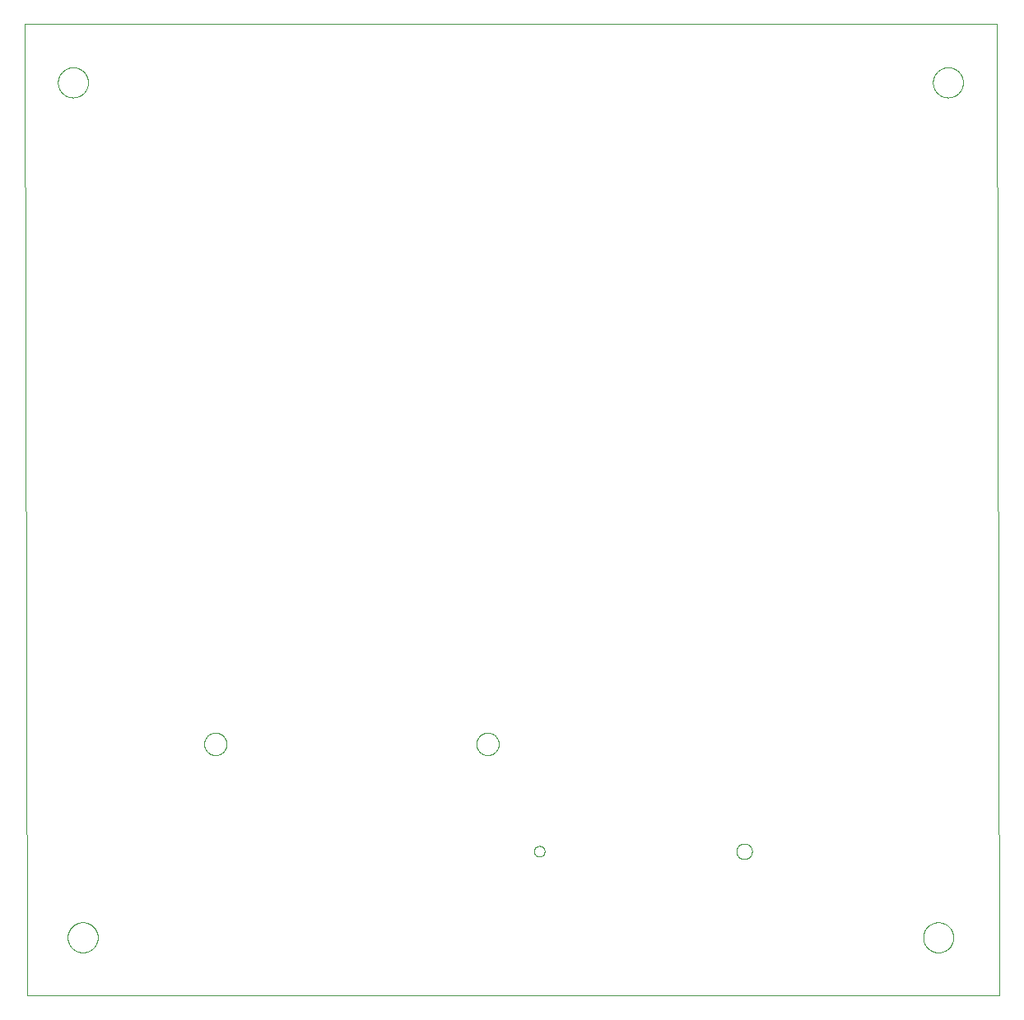
<source format=gko>
G75*
%MOIN*%
%OFA0B0*%
%FSLAX25Y25*%
%IPPOS*%
%LPD*%
%AMOC8*
5,1,8,0,0,1.08239X$1,22.5*
%
%ADD10C,0.00000*%
D10*
X0015725Y0254900D02*
X0014500Y0648601D01*
X0408201Y0648601D01*
X0409426Y0254900D01*
X0015725Y0254900D01*
X0032020Y0278522D02*
X0032022Y0278678D01*
X0032028Y0278834D01*
X0032038Y0278989D01*
X0032052Y0279144D01*
X0032070Y0279299D01*
X0032092Y0279453D01*
X0032117Y0279607D01*
X0032147Y0279760D01*
X0032181Y0279912D01*
X0032218Y0280064D01*
X0032259Y0280214D01*
X0032304Y0280363D01*
X0032353Y0280511D01*
X0032406Y0280658D01*
X0032462Y0280803D01*
X0032522Y0280947D01*
X0032586Y0281089D01*
X0032654Y0281230D01*
X0032725Y0281368D01*
X0032799Y0281505D01*
X0032877Y0281640D01*
X0032958Y0281773D01*
X0033043Y0281904D01*
X0033131Y0282033D01*
X0033222Y0282159D01*
X0033317Y0282283D01*
X0033414Y0282404D01*
X0033515Y0282523D01*
X0033619Y0282640D01*
X0033725Y0282753D01*
X0033835Y0282864D01*
X0033947Y0282972D01*
X0034062Y0283077D01*
X0034180Y0283180D01*
X0034300Y0283279D01*
X0034423Y0283375D01*
X0034548Y0283468D01*
X0034675Y0283557D01*
X0034805Y0283644D01*
X0034937Y0283727D01*
X0035071Y0283806D01*
X0035207Y0283883D01*
X0035345Y0283955D01*
X0035484Y0284025D01*
X0035626Y0284090D01*
X0035769Y0284152D01*
X0035913Y0284210D01*
X0036059Y0284265D01*
X0036207Y0284316D01*
X0036355Y0284363D01*
X0036505Y0284406D01*
X0036656Y0284445D01*
X0036808Y0284481D01*
X0036960Y0284512D01*
X0037114Y0284540D01*
X0037268Y0284564D01*
X0037422Y0284584D01*
X0037577Y0284600D01*
X0037733Y0284612D01*
X0037888Y0284620D01*
X0038044Y0284624D01*
X0038200Y0284624D01*
X0038356Y0284620D01*
X0038511Y0284612D01*
X0038667Y0284600D01*
X0038822Y0284584D01*
X0038976Y0284564D01*
X0039130Y0284540D01*
X0039284Y0284512D01*
X0039436Y0284481D01*
X0039588Y0284445D01*
X0039739Y0284406D01*
X0039889Y0284363D01*
X0040037Y0284316D01*
X0040185Y0284265D01*
X0040331Y0284210D01*
X0040475Y0284152D01*
X0040618Y0284090D01*
X0040760Y0284025D01*
X0040899Y0283955D01*
X0041037Y0283883D01*
X0041173Y0283806D01*
X0041307Y0283727D01*
X0041439Y0283644D01*
X0041569Y0283557D01*
X0041696Y0283468D01*
X0041821Y0283375D01*
X0041944Y0283279D01*
X0042064Y0283180D01*
X0042182Y0283077D01*
X0042297Y0282972D01*
X0042409Y0282864D01*
X0042519Y0282753D01*
X0042625Y0282640D01*
X0042729Y0282523D01*
X0042830Y0282404D01*
X0042927Y0282283D01*
X0043022Y0282159D01*
X0043113Y0282033D01*
X0043201Y0281904D01*
X0043286Y0281773D01*
X0043367Y0281640D01*
X0043445Y0281505D01*
X0043519Y0281368D01*
X0043590Y0281230D01*
X0043658Y0281089D01*
X0043722Y0280947D01*
X0043782Y0280803D01*
X0043838Y0280658D01*
X0043891Y0280511D01*
X0043940Y0280363D01*
X0043985Y0280214D01*
X0044026Y0280064D01*
X0044063Y0279912D01*
X0044097Y0279760D01*
X0044127Y0279607D01*
X0044152Y0279453D01*
X0044174Y0279299D01*
X0044192Y0279144D01*
X0044206Y0278989D01*
X0044216Y0278834D01*
X0044222Y0278678D01*
X0044224Y0278522D01*
X0044222Y0278366D01*
X0044216Y0278210D01*
X0044206Y0278055D01*
X0044192Y0277900D01*
X0044174Y0277745D01*
X0044152Y0277591D01*
X0044127Y0277437D01*
X0044097Y0277284D01*
X0044063Y0277132D01*
X0044026Y0276980D01*
X0043985Y0276830D01*
X0043940Y0276681D01*
X0043891Y0276533D01*
X0043838Y0276386D01*
X0043782Y0276241D01*
X0043722Y0276097D01*
X0043658Y0275955D01*
X0043590Y0275814D01*
X0043519Y0275676D01*
X0043445Y0275539D01*
X0043367Y0275404D01*
X0043286Y0275271D01*
X0043201Y0275140D01*
X0043113Y0275011D01*
X0043022Y0274885D01*
X0042927Y0274761D01*
X0042830Y0274640D01*
X0042729Y0274521D01*
X0042625Y0274404D01*
X0042519Y0274291D01*
X0042409Y0274180D01*
X0042297Y0274072D01*
X0042182Y0273967D01*
X0042064Y0273864D01*
X0041944Y0273765D01*
X0041821Y0273669D01*
X0041696Y0273576D01*
X0041569Y0273487D01*
X0041439Y0273400D01*
X0041307Y0273317D01*
X0041173Y0273238D01*
X0041037Y0273161D01*
X0040899Y0273089D01*
X0040760Y0273019D01*
X0040618Y0272954D01*
X0040475Y0272892D01*
X0040331Y0272834D01*
X0040185Y0272779D01*
X0040037Y0272728D01*
X0039889Y0272681D01*
X0039739Y0272638D01*
X0039588Y0272599D01*
X0039436Y0272563D01*
X0039284Y0272532D01*
X0039130Y0272504D01*
X0038976Y0272480D01*
X0038822Y0272460D01*
X0038667Y0272444D01*
X0038511Y0272432D01*
X0038356Y0272424D01*
X0038200Y0272420D01*
X0038044Y0272420D01*
X0037888Y0272424D01*
X0037733Y0272432D01*
X0037577Y0272444D01*
X0037422Y0272460D01*
X0037268Y0272480D01*
X0037114Y0272504D01*
X0036960Y0272532D01*
X0036808Y0272563D01*
X0036656Y0272599D01*
X0036505Y0272638D01*
X0036355Y0272681D01*
X0036207Y0272728D01*
X0036059Y0272779D01*
X0035913Y0272834D01*
X0035769Y0272892D01*
X0035626Y0272954D01*
X0035484Y0273019D01*
X0035345Y0273089D01*
X0035207Y0273161D01*
X0035071Y0273238D01*
X0034937Y0273317D01*
X0034805Y0273400D01*
X0034675Y0273487D01*
X0034548Y0273576D01*
X0034423Y0273669D01*
X0034300Y0273765D01*
X0034180Y0273864D01*
X0034062Y0273967D01*
X0033947Y0274072D01*
X0033835Y0274180D01*
X0033725Y0274291D01*
X0033619Y0274404D01*
X0033515Y0274521D01*
X0033414Y0274640D01*
X0033317Y0274761D01*
X0033222Y0274885D01*
X0033131Y0275011D01*
X0033043Y0275140D01*
X0032958Y0275271D01*
X0032877Y0275404D01*
X0032799Y0275539D01*
X0032725Y0275676D01*
X0032654Y0275814D01*
X0032586Y0275955D01*
X0032522Y0276097D01*
X0032462Y0276241D01*
X0032406Y0276386D01*
X0032353Y0276533D01*
X0032304Y0276681D01*
X0032259Y0276830D01*
X0032218Y0276980D01*
X0032181Y0277132D01*
X0032147Y0277284D01*
X0032117Y0277437D01*
X0032092Y0277591D01*
X0032070Y0277745D01*
X0032052Y0277900D01*
X0032038Y0278055D01*
X0032028Y0278210D01*
X0032022Y0278366D01*
X0032020Y0278522D01*
X0087315Y0356908D02*
X0087317Y0357042D01*
X0087323Y0357176D01*
X0087333Y0357310D01*
X0087347Y0357444D01*
X0087365Y0357577D01*
X0087386Y0357709D01*
X0087412Y0357841D01*
X0087442Y0357972D01*
X0087475Y0358102D01*
X0087512Y0358230D01*
X0087554Y0358358D01*
X0087598Y0358485D01*
X0087647Y0358610D01*
X0087699Y0358733D01*
X0087755Y0358855D01*
X0087815Y0358976D01*
X0087878Y0359094D01*
X0087944Y0359211D01*
X0088014Y0359325D01*
X0088087Y0359438D01*
X0088164Y0359548D01*
X0088244Y0359656D01*
X0088327Y0359761D01*
X0088413Y0359864D01*
X0088502Y0359964D01*
X0088594Y0360062D01*
X0088689Y0360157D01*
X0088787Y0360249D01*
X0088887Y0360338D01*
X0088990Y0360424D01*
X0089095Y0360507D01*
X0089203Y0360587D01*
X0089313Y0360664D01*
X0089426Y0360737D01*
X0089540Y0360807D01*
X0089657Y0360873D01*
X0089775Y0360936D01*
X0089896Y0360996D01*
X0090018Y0361052D01*
X0090141Y0361104D01*
X0090266Y0361153D01*
X0090393Y0361197D01*
X0090521Y0361239D01*
X0090649Y0361276D01*
X0090779Y0361309D01*
X0090910Y0361339D01*
X0091042Y0361365D01*
X0091174Y0361386D01*
X0091307Y0361404D01*
X0091441Y0361418D01*
X0091575Y0361428D01*
X0091709Y0361434D01*
X0091843Y0361436D01*
X0091977Y0361434D01*
X0092111Y0361428D01*
X0092245Y0361418D01*
X0092379Y0361404D01*
X0092512Y0361386D01*
X0092644Y0361365D01*
X0092776Y0361339D01*
X0092907Y0361309D01*
X0093037Y0361276D01*
X0093165Y0361239D01*
X0093293Y0361197D01*
X0093420Y0361153D01*
X0093545Y0361104D01*
X0093668Y0361052D01*
X0093790Y0360996D01*
X0093911Y0360936D01*
X0094029Y0360873D01*
X0094146Y0360807D01*
X0094260Y0360737D01*
X0094373Y0360664D01*
X0094483Y0360587D01*
X0094591Y0360507D01*
X0094696Y0360424D01*
X0094799Y0360338D01*
X0094899Y0360249D01*
X0094997Y0360157D01*
X0095092Y0360062D01*
X0095184Y0359964D01*
X0095273Y0359864D01*
X0095359Y0359761D01*
X0095442Y0359656D01*
X0095522Y0359548D01*
X0095599Y0359438D01*
X0095672Y0359325D01*
X0095742Y0359211D01*
X0095808Y0359094D01*
X0095871Y0358976D01*
X0095931Y0358855D01*
X0095987Y0358733D01*
X0096039Y0358610D01*
X0096088Y0358485D01*
X0096132Y0358358D01*
X0096174Y0358230D01*
X0096211Y0358102D01*
X0096244Y0357972D01*
X0096274Y0357841D01*
X0096300Y0357709D01*
X0096321Y0357577D01*
X0096339Y0357444D01*
X0096353Y0357310D01*
X0096363Y0357176D01*
X0096369Y0357042D01*
X0096371Y0356908D01*
X0096369Y0356774D01*
X0096363Y0356640D01*
X0096353Y0356506D01*
X0096339Y0356372D01*
X0096321Y0356239D01*
X0096300Y0356107D01*
X0096274Y0355975D01*
X0096244Y0355844D01*
X0096211Y0355714D01*
X0096174Y0355586D01*
X0096132Y0355458D01*
X0096088Y0355331D01*
X0096039Y0355206D01*
X0095987Y0355083D01*
X0095931Y0354961D01*
X0095871Y0354840D01*
X0095808Y0354722D01*
X0095742Y0354605D01*
X0095672Y0354491D01*
X0095599Y0354378D01*
X0095522Y0354268D01*
X0095442Y0354160D01*
X0095359Y0354055D01*
X0095273Y0353952D01*
X0095184Y0353852D01*
X0095092Y0353754D01*
X0094997Y0353659D01*
X0094899Y0353567D01*
X0094799Y0353478D01*
X0094696Y0353392D01*
X0094591Y0353309D01*
X0094483Y0353229D01*
X0094373Y0353152D01*
X0094260Y0353079D01*
X0094146Y0353009D01*
X0094029Y0352943D01*
X0093911Y0352880D01*
X0093790Y0352820D01*
X0093668Y0352764D01*
X0093545Y0352712D01*
X0093420Y0352663D01*
X0093293Y0352619D01*
X0093165Y0352577D01*
X0093037Y0352540D01*
X0092907Y0352507D01*
X0092776Y0352477D01*
X0092644Y0352451D01*
X0092512Y0352430D01*
X0092379Y0352412D01*
X0092245Y0352398D01*
X0092111Y0352388D01*
X0091977Y0352382D01*
X0091843Y0352380D01*
X0091709Y0352382D01*
X0091575Y0352388D01*
X0091441Y0352398D01*
X0091307Y0352412D01*
X0091174Y0352430D01*
X0091042Y0352451D01*
X0090910Y0352477D01*
X0090779Y0352507D01*
X0090649Y0352540D01*
X0090521Y0352577D01*
X0090393Y0352619D01*
X0090266Y0352663D01*
X0090141Y0352712D01*
X0090018Y0352764D01*
X0089896Y0352820D01*
X0089775Y0352880D01*
X0089657Y0352943D01*
X0089540Y0353009D01*
X0089426Y0353079D01*
X0089313Y0353152D01*
X0089203Y0353229D01*
X0089095Y0353309D01*
X0088990Y0353392D01*
X0088887Y0353478D01*
X0088787Y0353567D01*
X0088689Y0353659D01*
X0088594Y0353754D01*
X0088502Y0353852D01*
X0088413Y0353952D01*
X0088327Y0354055D01*
X0088244Y0354160D01*
X0088164Y0354268D01*
X0088087Y0354378D01*
X0088014Y0354491D01*
X0087944Y0354605D01*
X0087878Y0354722D01*
X0087815Y0354840D01*
X0087755Y0354961D01*
X0087699Y0355083D01*
X0087647Y0355206D01*
X0087598Y0355331D01*
X0087554Y0355458D01*
X0087512Y0355586D01*
X0087475Y0355714D01*
X0087442Y0355844D01*
X0087412Y0355975D01*
X0087386Y0356107D01*
X0087365Y0356239D01*
X0087347Y0356372D01*
X0087333Y0356506D01*
X0087323Y0356640D01*
X0087317Y0356774D01*
X0087315Y0356908D01*
X0197551Y0356908D02*
X0197553Y0357042D01*
X0197559Y0357176D01*
X0197569Y0357310D01*
X0197583Y0357444D01*
X0197601Y0357577D01*
X0197622Y0357709D01*
X0197648Y0357841D01*
X0197678Y0357972D01*
X0197711Y0358102D01*
X0197748Y0358230D01*
X0197790Y0358358D01*
X0197834Y0358485D01*
X0197883Y0358610D01*
X0197935Y0358733D01*
X0197991Y0358855D01*
X0198051Y0358976D01*
X0198114Y0359094D01*
X0198180Y0359211D01*
X0198250Y0359325D01*
X0198323Y0359438D01*
X0198400Y0359548D01*
X0198480Y0359656D01*
X0198563Y0359761D01*
X0198649Y0359864D01*
X0198738Y0359964D01*
X0198830Y0360062D01*
X0198925Y0360157D01*
X0199023Y0360249D01*
X0199123Y0360338D01*
X0199226Y0360424D01*
X0199331Y0360507D01*
X0199439Y0360587D01*
X0199549Y0360664D01*
X0199662Y0360737D01*
X0199776Y0360807D01*
X0199893Y0360873D01*
X0200011Y0360936D01*
X0200132Y0360996D01*
X0200254Y0361052D01*
X0200377Y0361104D01*
X0200502Y0361153D01*
X0200629Y0361197D01*
X0200757Y0361239D01*
X0200885Y0361276D01*
X0201015Y0361309D01*
X0201146Y0361339D01*
X0201278Y0361365D01*
X0201410Y0361386D01*
X0201543Y0361404D01*
X0201677Y0361418D01*
X0201811Y0361428D01*
X0201945Y0361434D01*
X0202079Y0361436D01*
X0202213Y0361434D01*
X0202347Y0361428D01*
X0202481Y0361418D01*
X0202615Y0361404D01*
X0202748Y0361386D01*
X0202880Y0361365D01*
X0203012Y0361339D01*
X0203143Y0361309D01*
X0203273Y0361276D01*
X0203401Y0361239D01*
X0203529Y0361197D01*
X0203656Y0361153D01*
X0203781Y0361104D01*
X0203904Y0361052D01*
X0204026Y0360996D01*
X0204147Y0360936D01*
X0204265Y0360873D01*
X0204382Y0360807D01*
X0204496Y0360737D01*
X0204609Y0360664D01*
X0204719Y0360587D01*
X0204827Y0360507D01*
X0204932Y0360424D01*
X0205035Y0360338D01*
X0205135Y0360249D01*
X0205233Y0360157D01*
X0205328Y0360062D01*
X0205420Y0359964D01*
X0205509Y0359864D01*
X0205595Y0359761D01*
X0205678Y0359656D01*
X0205758Y0359548D01*
X0205835Y0359438D01*
X0205908Y0359325D01*
X0205978Y0359211D01*
X0206044Y0359094D01*
X0206107Y0358976D01*
X0206167Y0358855D01*
X0206223Y0358733D01*
X0206275Y0358610D01*
X0206324Y0358485D01*
X0206368Y0358358D01*
X0206410Y0358230D01*
X0206447Y0358102D01*
X0206480Y0357972D01*
X0206510Y0357841D01*
X0206536Y0357709D01*
X0206557Y0357577D01*
X0206575Y0357444D01*
X0206589Y0357310D01*
X0206599Y0357176D01*
X0206605Y0357042D01*
X0206607Y0356908D01*
X0206605Y0356774D01*
X0206599Y0356640D01*
X0206589Y0356506D01*
X0206575Y0356372D01*
X0206557Y0356239D01*
X0206536Y0356107D01*
X0206510Y0355975D01*
X0206480Y0355844D01*
X0206447Y0355714D01*
X0206410Y0355586D01*
X0206368Y0355458D01*
X0206324Y0355331D01*
X0206275Y0355206D01*
X0206223Y0355083D01*
X0206167Y0354961D01*
X0206107Y0354840D01*
X0206044Y0354722D01*
X0205978Y0354605D01*
X0205908Y0354491D01*
X0205835Y0354378D01*
X0205758Y0354268D01*
X0205678Y0354160D01*
X0205595Y0354055D01*
X0205509Y0353952D01*
X0205420Y0353852D01*
X0205328Y0353754D01*
X0205233Y0353659D01*
X0205135Y0353567D01*
X0205035Y0353478D01*
X0204932Y0353392D01*
X0204827Y0353309D01*
X0204719Y0353229D01*
X0204609Y0353152D01*
X0204496Y0353079D01*
X0204382Y0353009D01*
X0204265Y0352943D01*
X0204147Y0352880D01*
X0204026Y0352820D01*
X0203904Y0352764D01*
X0203781Y0352712D01*
X0203656Y0352663D01*
X0203529Y0352619D01*
X0203401Y0352577D01*
X0203273Y0352540D01*
X0203143Y0352507D01*
X0203012Y0352477D01*
X0202880Y0352451D01*
X0202748Y0352430D01*
X0202615Y0352412D01*
X0202481Y0352398D01*
X0202347Y0352388D01*
X0202213Y0352382D01*
X0202079Y0352380D01*
X0201945Y0352382D01*
X0201811Y0352388D01*
X0201677Y0352398D01*
X0201543Y0352412D01*
X0201410Y0352430D01*
X0201278Y0352451D01*
X0201146Y0352477D01*
X0201015Y0352507D01*
X0200885Y0352540D01*
X0200757Y0352577D01*
X0200629Y0352619D01*
X0200502Y0352663D01*
X0200377Y0352712D01*
X0200254Y0352764D01*
X0200132Y0352820D01*
X0200011Y0352880D01*
X0199893Y0352943D01*
X0199776Y0353009D01*
X0199662Y0353079D01*
X0199549Y0353152D01*
X0199439Y0353229D01*
X0199331Y0353309D01*
X0199226Y0353392D01*
X0199123Y0353478D01*
X0199023Y0353567D01*
X0198925Y0353659D01*
X0198830Y0353754D01*
X0198738Y0353852D01*
X0198649Y0353952D01*
X0198563Y0354055D01*
X0198480Y0354160D01*
X0198400Y0354268D01*
X0198323Y0354378D01*
X0198250Y0354491D01*
X0198180Y0354605D01*
X0198114Y0354722D01*
X0198051Y0354840D01*
X0197991Y0354961D01*
X0197935Y0355083D01*
X0197883Y0355206D01*
X0197834Y0355331D01*
X0197790Y0355458D01*
X0197748Y0355586D01*
X0197711Y0355714D01*
X0197678Y0355844D01*
X0197648Y0355975D01*
X0197622Y0356107D01*
X0197601Y0356239D01*
X0197583Y0356372D01*
X0197569Y0356506D01*
X0197559Y0356640D01*
X0197553Y0356774D01*
X0197551Y0356908D01*
X0220835Y0313400D02*
X0220837Y0313493D01*
X0220843Y0313585D01*
X0220853Y0313677D01*
X0220867Y0313768D01*
X0220884Y0313859D01*
X0220906Y0313949D01*
X0220931Y0314038D01*
X0220960Y0314126D01*
X0220993Y0314212D01*
X0221030Y0314297D01*
X0221070Y0314381D01*
X0221114Y0314462D01*
X0221161Y0314542D01*
X0221211Y0314620D01*
X0221265Y0314695D01*
X0221322Y0314768D01*
X0221382Y0314838D01*
X0221445Y0314906D01*
X0221511Y0314971D01*
X0221579Y0315033D01*
X0221650Y0315093D01*
X0221724Y0315149D01*
X0221800Y0315202D01*
X0221878Y0315251D01*
X0221958Y0315298D01*
X0222040Y0315340D01*
X0222124Y0315380D01*
X0222209Y0315415D01*
X0222296Y0315447D01*
X0222384Y0315476D01*
X0222473Y0315500D01*
X0222563Y0315521D01*
X0222654Y0315537D01*
X0222746Y0315550D01*
X0222838Y0315559D01*
X0222931Y0315564D01*
X0223023Y0315565D01*
X0223116Y0315562D01*
X0223208Y0315555D01*
X0223300Y0315544D01*
X0223391Y0315529D01*
X0223482Y0315511D01*
X0223572Y0315488D01*
X0223660Y0315462D01*
X0223748Y0315432D01*
X0223834Y0315398D01*
X0223918Y0315361D01*
X0224001Y0315319D01*
X0224082Y0315275D01*
X0224162Y0315227D01*
X0224239Y0315176D01*
X0224313Y0315121D01*
X0224386Y0315063D01*
X0224456Y0315003D01*
X0224523Y0314939D01*
X0224587Y0314873D01*
X0224649Y0314803D01*
X0224707Y0314732D01*
X0224762Y0314658D01*
X0224814Y0314581D01*
X0224863Y0314502D01*
X0224909Y0314422D01*
X0224951Y0314339D01*
X0224989Y0314255D01*
X0225024Y0314169D01*
X0225055Y0314082D01*
X0225082Y0313994D01*
X0225105Y0313904D01*
X0225125Y0313814D01*
X0225141Y0313723D01*
X0225153Y0313631D01*
X0225161Y0313539D01*
X0225165Y0313446D01*
X0225165Y0313354D01*
X0225161Y0313261D01*
X0225153Y0313169D01*
X0225141Y0313077D01*
X0225125Y0312986D01*
X0225105Y0312896D01*
X0225082Y0312806D01*
X0225055Y0312718D01*
X0225024Y0312631D01*
X0224989Y0312545D01*
X0224951Y0312461D01*
X0224909Y0312378D01*
X0224863Y0312298D01*
X0224814Y0312219D01*
X0224762Y0312142D01*
X0224707Y0312068D01*
X0224649Y0311997D01*
X0224587Y0311927D01*
X0224523Y0311861D01*
X0224456Y0311797D01*
X0224386Y0311737D01*
X0224313Y0311679D01*
X0224239Y0311624D01*
X0224162Y0311573D01*
X0224083Y0311525D01*
X0224001Y0311481D01*
X0223918Y0311439D01*
X0223834Y0311402D01*
X0223748Y0311368D01*
X0223660Y0311338D01*
X0223572Y0311312D01*
X0223482Y0311289D01*
X0223391Y0311271D01*
X0223300Y0311256D01*
X0223208Y0311245D01*
X0223116Y0311238D01*
X0223023Y0311235D01*
X0222931Y0311236D01*
X0222838Y0311241D01*
X0222746Y0311250D01*
X0222654Y0311263D01*
X0222563Y0311279D01*
X0222473Y0311300D01*
X0222384Y0311324D01*
X0222296Y0311353D01*
X0222209Y0311385D01*
X0222124Y0311420D01*
X0222040Y0311460D01*
X0221958Y0311502D01*
X0221878Y0311549D01*
X0221800Y0311598D01*
X0221724Y0311651D01*
X0221650Y0311707D01*
X0221579Y0311767D01*
X0221511Y0311829D01*
X0221445Y0311894D01*
X0221382Y0311962D01*
X0221322Y0312032D01*
X0221265Y0312105D01*
X0221211Y0312180D01*
X0221161Y0312258D01*
X0221114Y0312338D01*
X0221070Y0312419D01*
X0221030Y0312503D01*
X0220993Y0312588D01*
X0220960Y0312674D01*
X0220931Y0312762D01*
X0220906Y0312851D01*
X0220884Y0312941D01*
X0220867Y0313032D01*
X0220853Y0313123D01*
X0220843Y0313215D01*
X0220837Y0313307D01*
X0220835Y0313400D01*
X0302850Y0313400D02*
X0302852Y0313512D01*
X0302858Y0313623D01*
X0302868Y0313735D01*
X0302882Y0313846D01*
X0302899Y0313956D01*
X0302921Y0314066D01*
X0302947Y0314175D01*
X0302976Y0314283D01*
X0303009Y0314389D01*
X0303046Y0314495D01*
X0303087Y0314599D01*
X0303132Y0314702D01*
X0303180Y0314803D01*
X0303231Y0314902D01*
X0303286Y0314999D01*
X0303345Y0315094D01*
X0303406Y0315188D01*
X0303471Y0315279D01*
X0303540Y0315367D01*
X0303611Y0315453D01*
X0303685Y0315537D01*
X0303763Y0315617D01*
X0303843Y0315695D01*
X0303926Y0315771D01*
X0304011Y0315843D01*
X0304099Y0315912D01*
X0304189Y0315978D01*
X0304282Y0316040D01*
X0304377Y0316100D01*
X0304474Y0316156D01*
X0304572Y0316208D01*
X0304673Y0316257D01*
X0304775Y0316302D01*
X0304879Y0316344D01*
X0304984Y0316382D01*
X0305091Y0316416D01*
X0305198Y0316446D01*
X0305307Y0316473D01*
X0305416Y0316495D01*
X0305527Y0316514D01*
X0305637Y0316529D01*
X0305749Y0316540D01*
X0305860Y0316547D01*
X0305972Y0316550D01*
X0306084Y0316549D01*
X0306196Y0316544D01*
X0306307Y0316535D01*
X0306418Y0316522D01*
X0306529Y0316505D01*
X0306639Y0316485D01*
X0306748Y0316460D01*
X0306856Y0316432D01*
X0306963Y0316399D01*
X0307069Y0316363D01*
X0307173Y0316323D01*
X0307276Y0316280D01*
X0307378Y0316233D01*
X0307477Y0316182D01*
X0307575Y0316128D01*
X0307671Y0316070D01*
X0307765Y0316009D01*
X0307856Y0315945D01*
X0307945Y0315878D01*
X0308032Y0315807D01*
X0308116Y0315733D01*
X0308198Y0315657D01*
X0308276Y0315577D01*
X0308352Y0315495D01*
X0308425Y0315410D01*
X0308495Y0315323D01*
X0308561Y0315233D01*
X0308625Y0315141D01*
X0308685Y0315047D01*
X0308742Y0314951D01*
X0308795Y0314852D01*
X0308845Y0314752D01*
X0308891Y0314651D01*
X0308934Y0314547D01*
X0308973Y0314442D01*
X0309008Y0314336D01*
X0309039Y0314229D01*
X0309067Y0314120D01*
X0309090Y0314011D01*
X0309110Y0313901D01*
X0309126Y0313790D01*
X0309138Y0313679D01*
X0309146Y0313568D01*
X0309150Y0313456D01*
X0309150Y0313344D01*
X0309146Y0313232D01*
X0309138Y0313121D01*
X0309126Y0313010D01*
X0309110Y0312899D01*
X0309090Y0312789D01*
X0309067Y0312680D01*
X0309039Y0312571D01*
X0309008Y0312464D01*
X0308973Y0312358D01*
X0308934Y0312253D01*
X0308891Y0312149D01*
X0308845Y0312048D01*
X0308795Y0311948D01*
X0308742Y0311849D01*
X0308685Y0311753D01*
X0308625Y0311659D01*
X0308561Y0311567D01*
X0308495Y0311477D01*
X0308425Y0311390D01*
X0308352Y0311305D01*
X0308276Y0311223D01*
X0308198Y0311143D01*
X0308116Y0311067D01*
X0308032Y0310993D01*
X0307945Y0310922D01*
X0307856Y0310855D01*
X0307765Y0310791D01*
X0307671Y0310730D01*
X0307575Y0310672D01*
X0307477Y0310618D01*
X0307378Y0310567D01*
X0307276Y0310520D01*
X0307173Y0310477D01*
X0307069Y0310437D01*
X0306963Y0310401D01*
X0306856Y0310368D01*
X0306748Y0310340D01*
X0306639Y0310315D01*
X0306529Y0310295D01*
X0306418Y0310278D01*
X0306307Y0310265D01*
X0306196Y0310256D01*
X0306084Y0310251D01*
X0305972Y0310250D01*
X0305860Y0310253D01*
X0305749Y0310260D01*
X0305637Y0310271D01*
X0305527Y0310286D01*
X0305416Y0310305D01*
X0305307Y0310327D01*
X0305198Y0310354D01*
X0305091Y0310384D01*
X0304984Y0310418D01*
X0304879Y0310456D01*
X0304775Y0310498D01*
X0304673Y0310543D01*
X0304572Y0310592D01*
X0304474Y0310644D01*
X0304377Y0310700D01*
X0304282Y0310760D01*
X0304189Y0310822D01*
X0304099Y0310888D01*
X0304011Y0310957D01*
X0303926Y0311029D01*
X0303843Y0311105D01*
X0303763Y0311183D01*
X0303685Y0311263D01*
X0303611Y0311347D01*
X0303540Y0311433D01*
X0303471Y0311521D01*
X0303406Y0311612D01*
X0303345Y0311706D01*
X0303286Y0311801D01*
X0303231Y0311898D01*
X0303180Y0311997D01*
X0303132Y0312098D01*
X0303087Y0312201D01*
X0303046Y0312305D01*
X0303009Y0312411D01*
X0302976Y0312517D01*
X0302947Y0312625D01*
X0302921Y0312734D01*
X0302899Y0312844D01*
X0302882Y0312954D01*
X0302868Y0313065D01*
X0302858Y0313177D01*
X0302852Y0313288D01*
X0302850Y0313400D01*
X0378477Y0278522D02*
X0378479Y0278678D01*
X0378485Y0278834D01*
X0378495Y0278989D01*
X0378509Y0279144D01*
X0378527Y0279299D01*
X0378549Y0279453D01*
X0378574Y0279607D01*
X0378604Y0279760D01*
X0378638Y0279912D01*
X0378675Y0280064D01*
X0378716Y0280214D01*
X0378761Y0280363D01*
X0378810Y0280511D01*
X0378863Y0280658D01*
X0378919Y0280803D01*
X0378979Y0280947D01*
X0379043Y0281089D01*
X0379111Y0281230D01*
X0379182Y0281368D01*
X0379256Y0281505D01*
X0379334Y0281640D01*
X0379415Y0281773D01*
X0379500Y0281904D01*
X0379588Y0282033D01*
X0379679Y0282159D01*
X0379774Y0282283D01*
X0379871Y0282404D01*
X0379972Y0282523D01*
X0380076Y0282640D01*
X0380182Y0282753D01*
X0380292Y0282864D01*
X0380404Y0282972D01*
X0380519Y0283077D01*
X0380637Y0283180D01*
X0380757Y0283279D01*
X0380880Y0283375D01*
X0381005Y0283468D01*
X0381132Y0283557D01*
X0381262Y0283644D01*
X0381394Y0283727D01*
X0381528Y0283806D01*
X0381664Y0283883D01*
X0381802Y0283955D01*
X0381941Y0284025D01*
X0382083Y0284090D01*
X0382226Y0284152D01*
X0382370Y0284210D01*
X0382516Y0284265D01*
X0382664Y0284316D01*
X0382812Y0284363D01*
X0382962Y0284406D01*
X0383113Y0284445D01*
X0383265Y0284481D01*
X0383417Y0284512D01*
X0383571Y0284540D01*
X0383725Y0284564D01*
X0383879Y0284584D01*
X0384034Y0284600D01*
X0384190Y0284612D01*
X0384345Y0284620D01*
X0384501Y0284624D01*
X0384657Y0284624D01*
X0384813Y0284620D01*
X0384968Y0284612D01*
X0385124Y0284600D01*
X0385279Y0284584D01*
X0385433Y0284564D01*
X0385587Y0284540D01*
X0385741Y0284512D01*
X0385893Y0284481D01*
X0386045Y0284445D01*
X0386196Y0284406D01*
X0386346Y0284363D01*
X0386494Y0284316D01*
X0386642Y0284265D01*
X0386788Y0284210D01*
X0386932Y0284152D01*
X0387075Y0284090D01*
X0387217Y0284025D01*
X0387356Y0283955D01*
X0387494Y0283883D01*
X0387630Y0283806D01*
X0387764Y0283727D01*
X0387896Y0283644D01*
X0388026Y0283557D01*
X0388153Y0283468D01*
X0388278Y0283375D01*
X0388401Y0283279D01*
X0388521Y0283180D01*
X0388639Y0283077D01*
X0388754Y0282972D01*
X0388866Y0282864D01*
X0388976Y0282753D01*
X0389082Y0282640D01*
X0389186Y0282523D01*
X0389287Y0282404D01*
X0389384Y0282283D01*
X0389479Y0282159D01*
X0389570Y0282033D01*
X0389658Y0281904D01*
X0389743Y0281773D01*
X0389824Y0281640D01*
X0389902Y0281505D01*
X0389976Y0281368D01*
X0390047Y0281230D01*
X0390115Y0281089D01*
X0390179Y0280947D01*
X0390239Y0280803D01*
X0390295Y0280658D01*
X0390348Y0280511D01*
X0390397Y0280363D01*
X0390442Y0280214D01*
X0390483Y0280064D01*
X0390520Y0279912D01*
X0390554Y0279760D01*
X0390584Y0279607D01*
X0390609Y0279453D01*
X0390631Y0279299D01*
X0390649Y0279144D01*
X0390663Y0278989D01*
X0390673Y0278834D01*
X0390679Y0278678D01*
X0390681Y0278522D01*
X0390679Y0278366D01*
X0390673Y0278210D01*
X0390663Y0278055D01*
X0390649Y0277900D01*
X0390631Y0277745D01*
X0390609Y0277591D01*
X0390584Y0277437D01*
X0390554Y0277284D01*
X0390520Y0277132D01*
X0390483Y0276980D01*
X0390442Y0276830D01*
X0390397Y0276681D01*
X0390348Y0276533D01*
X0390295Y0276386D01*
X0390239Y0276241D01*
X0390179Y0276097D01*
X0390115Y0275955D01*
X0390047Y0275814D01*
X0389976Y0275676D01*
X0389902Y0275539D01*
X0389824Y0275404D01*
X0389743Y0275271D01*
X0389658Y0275140D01*
X0389570Y0275011D01*
X0389479Y0274885D01*
X0389384Y0274761D01*
X0389287Y0274640D01*
X0389186Y0274521D01*
X0389082Y0274404D01*
X0388976Y0274291D01*
X0388866Y0274180D01*
X0388754Y0274072D01*
X0388639Y0273967D01*
X0388521Y0273864D01*
X0388401Y0273765D01*
X0388278Y0273669D01*
X0388153Y0273576D01*
X0388026Y0273487D01*
X0387896Y0273400D01*
X0387764Y0273317D01*
X0387630Y0273238D01*
X0387494Y0273161D01*
X0387356Y0273089D01*
X0387217Y0273019D01*
X0387075Y0272954D01*
X0386932Y0272892D01*
X0386788Y0272834D01*
X0386642Y0272779D01*
X0386494Y0272728D01*
X0386346Y0272681D01*
X0386196Y0272638D01*
X0386045Y0272599D01*
X0385893Y0272563D01*
X0385741Y0272532D01*
X0385587Y0272504D01*
X0385433Y0272480D01*
X0385279Y0272460D01*
X0385124Y0272444D01*
X0384968Y0272432D01*
X0384813Y0272424D01*
X0384657Y0272420D01*
X0384501Y0272420D01*
X0384345Y0272424D01*
X0384190Y0272432D01*
X0384034Y0272444D01*
X0383879Y0272460D01*
X0383725Y0272480D01*
X0383571Y0272504D01*
X0383417Y0272532D01*
X0383265Y0272563D01*
X0383113Y0272599D01*
X0382962Y0272638D01*
X0382812Y0272681D01*
X0382664Y0272728D01*
X0382516Y0272779D01*
X0382370Y0272834D01*
X0382226Y0272892D01*
X0382083Y0272954D01*
X0381941Y0273019D01*
X0381802Y0273089D01*
X0381664Y0273161D01*
X0381528Y0273238D01*
X0381394Y0273317D01*
X0381262Y0273400D01*
X0381132Y0273487D01*
X0381005Y0273576D01*
X0380880Y0273669D01*
X0380757Y0273765D01*
X0380637Y0273864D01*
X0380519Y0273967D01*
X0380404Y0274072D01*
X0380292Y0274180D01*
X0380182Y0274291D01*
X0380076Y0274404D01*
X0379972Y0274521D01*
X0379871Y0274640D01*
X0379774Y0274761D01*
X0379679Y0274885D01*
X0379588Y0275011D01*
X0379500Y0275140D01*
X0379415Y0275271D01*
X0379334Y0275404D01*
X0379256Y0275539D01*
X0379182Y0275676D01*
X0379111Y0275814D01*
X0379043Y0275955D01*
X0378979Y0276097D01*
X0378919Y0276241D01*
X0378863Y0276386D01*
X0378810Y0276533D01*
X0378761Y0276681D01*
X0378716Y0276830D01*
X0378675Y0276980D01*
X0378638Y0277132D01*
X0378604Y0277284D01*
X0378574Y0277437D01*
X0378549Y0277591D01*
X0378527Y0277745D01*
X0378509Y0277900D01*
X0378495Y0278055D01*
X0378485Y0278210D01*
X0378479Y0278366D01*
X0378477Y0278522D01*
X0382414Y0624979D02*
X0382416Y0625135D01*
X0382422Y0625291D01*
X0382432Y0625446D01*
X0382446Y0625601D01*
X0382464Y0625756D01*
X0382486Y0625910D01*
X0382511Y0626064D01*
X0382541Y0626217D01*
X0382575Y0626369D01*
X0382612Y0626521D01*
X0382653Y0626671D01*
X0382698Y0626820D01*
X0382747Y0626968D01*
X0382800Y0627115D01*
X0382856Y0627260D01*
X0382916Y0627404D01*
X0382980Y0627546D01*
X0383048Y0627687D01*
X0383119Y0627825D01*
X0383193Y0627962D01*
X0383271Y0628097D01*
X0383352Y0628230D01*
X0383437Y0628361D01*
X0383525Y0628490D01*
X0383616Y0628616D01*
X0383711Y0628740D01*
X0383808Y0628861D01*
X0383909Y0628980D01*
X0384013Y0629097D01*
X0384119Y0629210D01*
X0384229Y0629321D01*
X0384341Y0629429D01*
X0384456Y0629534D01*
X0384574Y0629637D01*
X0384694Y0629736D01*
X0384817Y0629832D01*
X0384942Y0629925D01*
X0385069Y0630014D01*
X0385199Y0630101D01*
X0385331Y0630184D01*
X0385465Y0630263D01*
X0385601Y0630340D01*
X0385739Y0630412D01*
X0385878Y0630482D01*
X0386020Y0630547D01*
X0386163Y0630609D01*
X0386307Y0630667D01*
X0386453Y0630722D01*
X0386601Y0630773D01*
X0386749Y0630820D01*
X0386899Y0630863D01*
X0387050Y0630902D01*
X0387202Y0630938D01*
X0387354Y0630969D01*
X0387508Y0630997D01*
X0387662Y0631021D01*
X0387816Y0631041D01*
X0387971Y0631057D01*
X0388127Y0631069D01*
X0388282Y0631077D01*
X0388438Y0631081D01*
X0388594Y0631081D01*
X0388750Y0631077D01*
X0388905Y0631069D01*
X0389061Y0631057D01*
X0389216Y0631041D01*
X0389370Y0631021D01*
X0389524Y0630997D01*
X0389678Y0630969D01*
X0389830Y0630938D01*
X0389982Y0630902D01*
X0390133Y0630863D01*
X0390283Y0630820D01*
X0390431Y0630773D01*
X0390579Y0630722D01*
X0390725Y0630667D01*
X0390869Y0630609D01*
X0391012Y0630547D01*
X0391154Y0630482D01*
X0391293Y0630412D01*
X0391431Y0630340D01*
X0391567Y0630263D01*
X0391701Y0630184D01*
X0391833Y0630101D01*
X0391963Y0630014D01*
X0392090Y0629925D01*
X0392215Y0629832D01*
X0392338Y0629736D01*
X0392458Y0629637D01*
X0392576Y0629534D01*
X0392691Y0629429D01*
X0392803Y0629321D01*
X0392913Y0629210D01*
X0393019Y0629097D01*
X0393123Y0628980D01*
X0393224Y0628861D01*
X0393321Y0628740D01*
X0393416Y0628616D01*
X0393507Y0628490D01*
X0393595Y0628361D01*
X0393680Y0628230D01*
X0393761Y0628097D01*
X0393839Y0627962D01*
X0393913Y0627825D01*
X0393984Y0627687D01*
X0394052Y0627546D01*
X0394116Y0627404D01*
X0394176Y0627260D01*
X0394232Y0627115D01*
X0394285Y0626968D01*
X0394334Y0626820D01*
X0394379Y0626671D01*
X0394420Y0626521D01*
X0394457Y0626369D01*
X0394491Y0626217D01*
X0394521Y0626064D01*
X0394546Y0625910D01*
X0394568Y0625756D01*
X0394586Y0625601D01*
X0394600Y0625446D01*
X0394610Y0625291D01*
X0394616Y0625135D01*
X0394618Y0624979D01*
X0394616Y0624823D01*
X0394610Y0624667D01*
X0394600Y0624512D01*
X0394586Y0624357D01*
X0394568Y0624202D01*
X0394546Y0624048D01*
X0394521Y0623894D01*
X0394491Y0623741D01*
X0394457Y0623589D01*
X0394420Y0623437D01*
X0394379Y0623287D01*
X0394334Y0623138D01*
X0394285Y0622990D01*
X0394232Y0622843D01*
X0394176Y0622698D01*
X0394116Y0622554D01*
X0394052Y0622412D01*
X0393984Y0622271D01*
X0393913Y0622133D01*
X0393839Y0621996D01*
X0393761Y0621861D01*
X0393680Y0621728D01*
X0393595Y0621597D01*
X0393507Y0621468D01*
X0393416Y0621342D01*
X0393321Y0621218D01*
X0393224Y0621097D01*
X0393123Y0620978D01*
X0393019Y0620861D01*
X0392913Y0620748D01*
X0392803Y0620637D01*
X0392691Y0620529D01*
X0392576Y0620424D01*
X0392458Y0620321D01*
X0392338Y0620222D01*
X0392215Y0620126D01*
X0392090Y0620033D01*
X0391963Y0619944D01*
X0391833Y0619857D01*
X0391701Y0619774D01*
X0391567Y0619695D01*
X0391431Y0619618D01*
X0391293Y0619546D01*
X0391154Y0619476D01*
X0391012Y0619411D01*
X0390869Y0619349D01*
X0390725Y0619291D01*
X0390579Y0619236D01*
X0390431Y0619185D01*
X0390283Y0619138D01*
X0390133Y0619095D01*
X0389982Y0619056D01*
X0389830Y0619020D01*
X0389678Y0618989D01*
X0389524Y0618961D01*
X0389370Y0618937D01*
X0389216Y0618917D01*
X0389061Y0618901D01*
X0388905Y0618889D01*
X0388750Y0618881D01*
X0388594Y0618877D01*
X0388438Y0618877D01*
X0388282Y0618881D01*
X0388127Y0618889D01*
X0387971Y0618901D01*
X0387816Y0618917D01*
X0387662Y0618937D01*
X0387508Y0618961D01*
X0387354Y0618989D01*
X0387202Y0619020D01*
X0387050Y0619056D01*
X0386899Y0619095D01*
X0386749Y0619138D01*
X0386601Y0619185D01*
X0386453Y0619236D01*
X0386307Y0619291D01*
X0386163Y0619349D01*
X0386020Y0619411D01*
X0385878Y0619476D01*
X0385739Y0619546D01*
X0385601Y0619618D01*
X0385465Y0619695D01*
X0385331Y0619774D01*
X0385199Y0619857D01*
X0385069Y0619944D01*
X0384942Y0620033D01*
X0384817Y0620126D01*
X0384694Y0620222D01*
X0384574Y0620321D01*
X0384456Y0620424D01*
X0384341Y0620529D01*
X0384229Y0620637D01*
X0384119Y0620748D01*
X0384013Y0620861D01*
X0383909Y0620978D01*
X0383808Y0621097D01*
X0383711Y0621218D01*
X0383616Y0621342D01*
X0383525Y0621468D01*
X0383437Y0621597D01*
X0383352Y0621728D01*
X0383271Y0621861D01*
X0383193Y0621996D01*
X0383119Y0622133D01*
X0383048Y0622271D01*
X0382980Y0622412D01*
X0382916Y0622554D01*
X0382856Y0622698D01*
X0382800Y0622843D01*
X0382747Y0622990D01*
X0382698Y0623138D01*
X0382653Y0623287D01*
X0382612Y0623437D01*
X0382575Y0623589D01*
X0382541Y0623741D01*
X0382511Y0623894D01*
X0382486Y0624048D01*
X0382464Y0624202D01*
X0382446Y0624357D01*
X0382432Y0624512D01*
X0382422Y0624667D01*
X0382416Y0624823D01*
X0382414Y0624979D01*
X0028083Y0624979D02*
X0028085Y0625135D01*
X0028091Y0625291D01*
X0028101Y0625446D01*
X0028115Y0625601D01*
X0028133Y0625756D01*
X0028155Y0625910D01*
X0028180Y0626064D01*
X0028210Y0626217D01*
X0028244Y0626369D01*
X0028281Y0626521D01*
X0028322Y0626671D01*
X0028367Y0626820D01*
X0028416Y0626968D01*
X0028469Y0627115D01*
X0028525Y0627260D01*
X0028585Y0627404D01*
X0028649Y0627546D01*
X0028717Y0627687D01*
X0028788Y0627825D01*
X0028862Y0627962D01*
X0028940Y0628097D01*
X0029021Y0628230D01*
X0029106Y0628361D01*
X0029194Y0628490D01*
X0029285Y0628616D01*
X0029380Y0628740D01*
X0029477Y0628861D01*
X0029578Y0628980D01*
X0029682Y0629097D01*
X0029788Y0629210D01*
X0029898Y0629321D01*
X0030010Y0629429D01*
X0030125Y0629534D01*
X0030243Y0629637D01*
X0030363Y0629736D01*
X0030486Y0629832D01*
X0030611Y0629925D01*
X0030738Y0630014D01*
X0030868Y0630101D01*
X0031000Y0630184D01*
X0031134Y0630263D01*
X0031270Y0630340D01*
X0031408Y0630412D01*
X0031547Y0630482D01*
X0031689Y0630547D01*
X0031832Y0630609D01*
X0031976Y0630667D01*
X0032122Y0630722D01*
X0032270Y0630773D01*
X0032418Y0630820D01*
X0032568Y0630863D01*
X0032719Y0630902D01*
X0032871Y0630938D01*
X0033023Y0630969D01*
X0033177Y0630997D01*
X0033331Y0631021D01*
X0033485Y0631041D01*
X0033640Y0631057D01*
X0033796Y0631069D01*
X0033951Y0631077D01*
X0034107Y0631081D01*
X0034263Y0631081D01*
X0034419Y0631077D01*
X0034574Y0631069D01*
X0034730Y0631057D01*
X0034885Y0631041D01*
X0035039Y0631021D01*
X0035193Y0630997D01*
X0035347Y0630969D01*
X0035499Y0630938D01*
X0035651Y0630902D01*
X0035802Y0630863D01*
X0035952Y0630820D01*
X0036100Y0630773D01*
X0036248Y0630722D01*
X0036394Y0630667D01*
X0036538Y0630609D01*
X0036681Y0630547D01*
X0036823Y0630482D01*
X0036962Y0630412D01*
X0037100Y0630340D01*
X0037236Y0630263D01*
X0037370Y0630184D01*
X0037502Y0630101D01*
X0037632Y0630014D01*
X0037759Y0629925D01*
X0037884Y0629832D01*
X0038007Y0629736D01*
X0038127Y0629637D01*
X0038245Y0629534D01*
X0038360Y0629429D01*
X0038472Y0629321D01*
X0038582Y0629210D01*
X0038688Y0629097D01*
X0038792Y0628980D01*
X0038893Y0628861D01*
X0038990Y0628740D01*
X0039085Y0628616D01*
X0039176Y0628490D01*
X0039264Y0628361D01*
X0039349Y0628230D01*
X0039430Y0628097D01*
X0039508Y0627962D01*
X0039582Y0627825D01*
X0039653Y0627687D01*
X0039721Y0627546D01*
X0039785Y0627404D01*
X0039845Y0627260D01*
X0039901Y0627115D01*
X0039954Y0626968D01*
X0040003Y0626820D01*
X0040048Y0626671D01*
X0040089Y0626521D01*
X0040126Y0626369D01*
X0040160Y0626217D01*
X0040190Y0626064D01*
X0040215Y0625910D01*
X0040237Y0625756D01*
X0040255Y0625601D01*
X0040269Y0625446D01*
X0040279Y0625291D01*
X0040285Y0625135D01*
X0040287Y0624979D01*
X0040285Y0624823D01*
X0040279Y0624667D01*
X0040269Y0624512D01*
X0040255Y0624357D01*
X0040237Y0624202D01*
X0040215Y0624048D01*
X0040190Y0623894D01*
X0040160Y0623741D01*
X0040126Y0623589D01*
X0040089Y0623437D01*
X0040048Y0623287D01*
X0040003Y0623138D01*
X0039954Y0622990D01*
X0039901Y0622843D01*
X0039845Y0622698D01*
X0039785Y0622554D01*
X0039721Y0622412D01*
X0039653Y0622271D01*
X0039582Y0622133D01*
X0039508Y0621996D01*
X0039430Y0621861D01*
X0039349Y0621728D01*
X0039264Y0621597D01*
X0039176Y0621468D01*
X0039085Y0621342D01*
X0038990Y0621218D01*
X0038893Y0621097D01*
X0038792Y0620978D01*
X0038688Y0620861D01*
X0038582Y0620748D01*
X0038472Y0620637D01*
X0038360Y0620529D01*
X0038245Y0620424D01*
X0038127Y0620321D01*
X0038007Y0620222D01*
X0037884Y0620126D01*
X0037759Y0620033D01*
X0037632Y0619944D01*
X0037502Y0619857D01*
X0037370Y0619774D01*
X0037236Y0619695D01*
X0037100Y0619618D01*
X0036962Y0619546D01*
X0036823Y0619476D01*
X0036681Y0619411D01*
X0036538Y0619349D01*
X0036394Y0619291D01*
X0036248Y0619236D01*
X0036100Y0619185D01*
X0035952Y0619138D01*
X0035802Y0619095D01*
X0035651Y0619056D01*
X0035499Y0619020D01*
X0035347Y0618989D01*
X0035193Y0618961D01*
X0035039Y0618937D01*
X0034885Y0618917D01*
X0034730Y0618901D01*
X0034574Y0618889D01*
X0034419Y0618881D01*
X0034263Y0618877D01*
X0034107Y0618877D01*
X0033951Y0618881D01*
X0033796Y0618889D01*
X0033640Y0618901D01*
X0033485Y0618917D01*
X0033331Y0618937D01*
X0033177Y0618961D01*
X0033023Y0618989D01*
X0032871Y0619020D01*
X0032719Y0619056D01*
X0032568Y0619095D01*
X0032418Y0619138D01*
X0032270Y0619185D01*
X0032122Y0619236D01*
X0031976Y0619291D01*
X0031832Y0619349D01*
X0031689Y0619411D01*
X0031547Y0619476D01*
X0031408Y0619546D01*
X0031270Y0619618D01*
X0031134Y0619695D01*
X0031000Y0619774D01*
X0030868Y0619857D01*
X0030738Y0619944D01*
X0030611Y0620033D01*
X0030486Y0620126D01*
X0030363Y0620222D01*
X0030243Y0620321D01*
X0030125Y0620424D01*
X0030010Y0620529D01*
X0029898Y0620637D01*
X0029788Y0620748D01*
X0029682Y0620861D01*
X0029578Y0620978D01*
X0029477Y0621097D01*
X0029380Y0621218D01*
X0029285Y0621342D01*
X0029194Y0621468D01*
X0029106Y0621597D01*
X0029021Y0621728D01*
X0028940Y0621861D01*
X0028862Y0621996D01*
X0028788Y0622133D01*
X0028717Y0622271D01*
X0028649Y0622412D01*
X0028585Y0622554D01*
X0028525Y0622698D01*
X0028469Y0622843D01*
X0028416Y0622990D01*
X0028367Y0623138D01*
X0028322Y0623287D01*
X0028281Y0623437D01*
X0028244Y0623589D01*
X0028210Y0623741D01*
X0028180Y0623894D01*
X0028155Y0624048D01*
X0028133Y0624202D01*
X0028115Y0624357D01*
X0028101Y0624512D01*
X0028091Y0624667D01*
X0028085Y0624823D01*
X0028083Y0624979D01*
M02*

</source>
